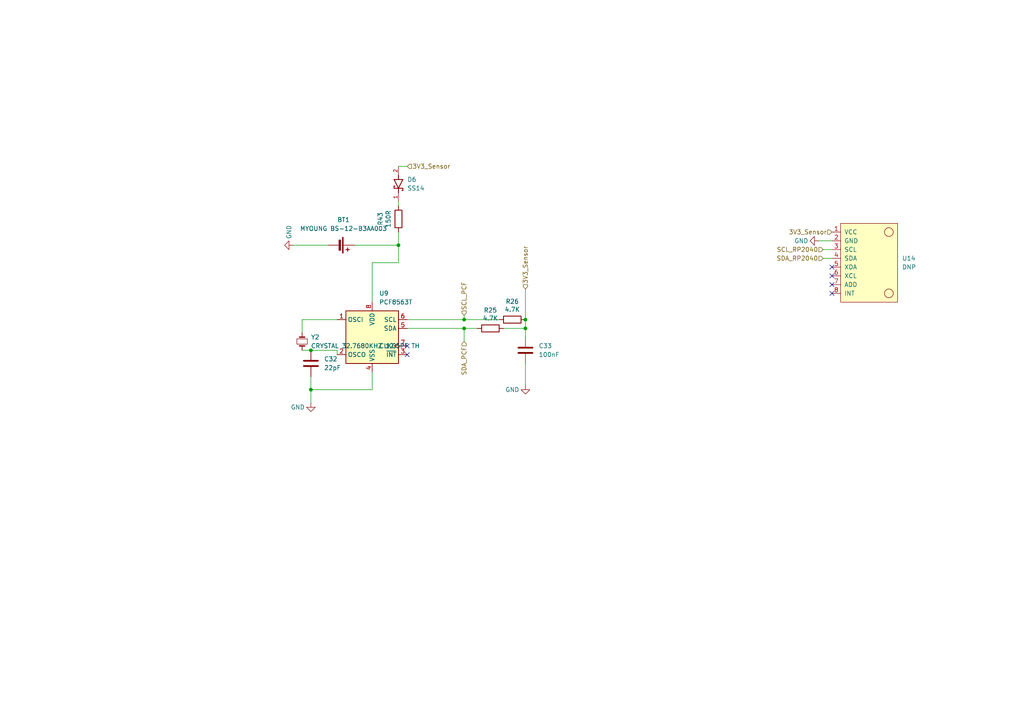
<source format=kicad_sch>
(kicad_sch (version 20231120) (generator "eeschema") (generator_version "8.0")
  (paper "A4")
  (lib_symbols
    (symbol "Device:Battery_Cell" (pin_numbers hide) (pin_names (offset 0) hide)
      (property "Reference" "BT" (at 2.54 2.54 0))
      (property "Value" "Battery_Cell" (at 2.54 0 0))
      (symbol "Battery_Cell_0_1"
        (rectangle (start -2.286 1.778) (end 2.286 1.524) (fill (type outline)))
        (rectangle (start -1.524 1.016) (end 1.524 0.508) (fill (type outline)))
        (polyline (pts (xy 0 0.762) (xy 0 0)))
        (polyline (pts (xy 0 1.778) (xy 0 2.54)))
        (polyline (pts (xy 0.762 3.048) (xy 1.778 3.048)) (stroke (width 0.254)))
        (polyline (pts (xy 1.27 3.556) (xy 1.27 2.54)) (stroke (width 0.254)))
      )
      (symbol "Battery_Cell_1_1"
        (pin passive line (at 0 5.08 270) (length 2.54) (name "+") (number "1"))
        (pin passive line (at 0 -2.54 90) (length 2.54) (name "-") (number "2"))
      )
    )
    (symbol "Device:C" (pin_numbers hide) (pin_names (offset 0.254))
      (property "Reference" "C" (at 0.635 2.54 0))
      (property "Value" "C" (at 0.635 -2.54 0))
      (symbol "C_0_1"
        (polyline (pts (xy -2.032 -0.762) (xy 2.032 -0.762)) (stroke (width 0.508)))
        (polyline (pts (xy -2.032 0.762) (xy 2.032 0.762)) (stroke (width 0.508)))
      )
      (symbol "C_1_1"
        (pin passive line (at 0 3.81 270) (length 2.794) (name "~") (number "1"))
        (pin passive line (at 0 -3.81 90) (length 2.794) (name "~") (number "2"))
      )
    )
    (symbol "Device:Crystal_Small" (pin_numbers hide) (pin_names (offset 1.016) hide)
      (property "Reference" "Y" (at 0 2.54 0))
      (property "Value" "Crystal_Small" (at 0 -2.54 0))
      (symbol "Crystal_Small_0_1"
        (rectangle (start -0.762 -1.524) (end 0.762 1.524))
        (polyline (pts (xy -1.27 -0.762) (xy -1.27 0.762)) (stroke (width 0.381)))
        (polyline (pts (xy 1.27 -0.762) (xy 1.27 0.762)) (stroke (width 0.381)))
      )
      (symbol "Crystal_Small_1_1"
        (pin passive line (at -2.54 0 0) (length 1.27) (name "1") (number "1"))
        (pin passive line (at 2.54 0 180) (length 1.27) (name "2") (number "2"))
      )
    )
    (symbol "Device:R" (pin_numbers hide) (pin_names (offset 0))
      (property "Reference" "R" (at 2.032 0 90))
      (property "Value" "R" (at 0 0 90))
      (symbol "R_0_1"
        (rectangle (start -1.016 -2.54) (end 1.016 2.54) (stroke (width 0.254)))
      )
      (symbol "R_1_1"
        (pin passive line (at 0 3.81 270) (length 1.27) (name "~") (number "1"))
        (pin passive line (at 0 -3.81 90) (length 1.27) (name "~") (number "2"))
      )
    )
    (symbol "SS14:SS14" (pin_names (offset 1.016))
      (property "Reference" "D6" (at -1.2701 2.54 90))
      (property "Value" "SS14" (at 1.2699 2.54 90))
      (symbol "SS14_0_0"
        (polyline (pts (xy -2.54 0) (xy -1.27 0)) (stroke (width 0.254)))
        (polyline (pts (xy -1.27 -1.27) (xy 1.27 0)) (stroke (width 0.254)))
        (polyline (pts (xy -1.27 0) (xy -1.27 -1.27)) (stroke (width 0.254)))
        (polyline (pts (xy -1.27 1.27) (xy -1.27 0)) (stroke (width 0.254)))
        (polyline (pts (xy 0.635 -1.016) (xy 0.635 -1.27)) (stroke (width 0.254)))
        (polyline (pts (xy 1.27 -1.27) (xy 0.635 -1.27)) (stroke (width 0.254)))
        (polyline (pts (xy 1.27 0) (xy -1.27 1.27)) (stroke (width 0.254)))
        (polyline (pts (xy 1.27 0) (xy 1.27 -1.27)) (stroke (width 0.254)))
        (polyline (pts (xy 1.27 1.27) (xy 1.27 0)) (stroke (width 0.254)))
        (polyline (pts (xy 1.905 1.27) (xy 1.27 1.27)) (stroke (width 0.254)))
        (polyline (pts (xy 1.905 1.27) (xy 1.905 1.016)) (stroke (width 0.254)))
        (polyline (pts (xy 2.54 0) (xy 1.27 0)) (stroke (width 0.254)))
      )
      (symbol "SS14_1_0"
        (pin passive line (at 5.08 0 180) (length 2.54) (name "~") (number "1"))
        (pin passive line (at -5.08 0 0) (length 2.54) (name "~") (number "2"))
      )
    )
    (symbol "SensorModule:module_mpu6050" (pin_names (offset 1.016))
      (property "Reference" "U" (at 2.54 21.59 0))
      (property "Value" "module_mpu6050" (at 11.43 -3.81 0))
      (symbol "module_mpu6050_0_1"
        (rectangle (start 2.54 20.32) (end 19.05 -2.54) (fill (type background)))
        (circle (center 16.51 0) (radius 1.27))
        (circle (center 16.51 17.78) (radius 1.27))
      )
      (symbol "module_mpu6050_1_1"
        (pin input line (at 0 17.78 0) (length 2.54) (name "VCC") (number "1"))
        (pin input line (at 0 15.24 0) (length 2.54) (name "GND") (number "2"))
        (pin input line (at 0 12.7 0) (length 2.54) (name "SCL") (number "3"))
        (pin input line (at 0 10.16 0) (length 2.54) (name "SDA") (number "4"))
        (pin input line (at 0 7.62 0) (length 2.54) (name "XDA") (number "5"))
        (pin input line (at 0 5.08 0) (length 2.54) (name "XCL") (number "6"))
        (pin input line (at 0 2.54 0) (length 2.54) (name "ADD") (number "7"))
        (pin input line (at 0 0 0) (length 2.54) (name "INT") (number "8"))
      )
    )
    (symbol "Timer_RTC:PCF8563T"
      (property "Reference" "U" (at -7.62 8.89 0))
      (property "Value" "PCF8563T" (at 2.54 8.89 0))
      (symbol "PCF8563T_0_1"
        (rectangle (start -7.62 7.62) (end 7.62 -7.62) (stroke (width 0.254)) (fill (type background)))
      )
      (symbol "PCF8563T_1_1"
        (pin input line (at -10.16 5.08 0) (length 2.54) (name "OSCI") (number "1"))
        (pin output line (at -10.16 -5.08 0) (length 2.54) (name "OSCO") (number "2"))
        (pin output line (at 10.16 -5.08 180) (length 2.54) (name "~{INT}") (number "3"))
        (pin power_in line (at 0 -10.16 90) (length 2.54) (name "VSS") (number "4"))
        (pin bidirectional line (at 10.16 2.54 180) (length 2.54) (name "SDA") (number "5"))
        (pin input line (at 10.16 5.08 180) (length 2.54) (name "SCL") (number "6"))
        (pin output clock (at 10.16 -2.54 180) (length 2.54) (name "CLKO") (number "7"))
        (pin power_in line (at 0 10.16 270) (length 2.54) (name "VDD") (number "8"))
      )
    )
    (symbol "power:GND" (power) (pin_names (offset 0))
      (property "Value" "GND" (at 0 -3.81 0))
      (symbol "GND_0_1"
        (polyline (pts (xy 0 0) (xy 0 -1.27) (xy 1.27 -1.27) (xy 0 -2.54) (xy -1.27 -1.27) (xy 0 -1.27)))
      )
      (symbol "GND_1_1"
        (pin power_in line (at 0 0 270) (length 0) hide (name "GND") (number "1"))
      )
    )
  )
  (junction (at 115.57 71.12))
  (junction (at 90.17 113.03))
  (junction (at 134.62 92.71))
  (junction (at 152.4 92.71))
  (junction (at 90.17 101.6))
  (junction (at 134.62 95.25))
  (junction (at 152.4 95.25))
  (no_connect (at 241.3 80.01))
  (no_connect (at 241.3 82.55))
  (no_connect (at 118.11 102.87))
  (no_connect (at 118.11 100.33))
  (no_connect (at 241.3 85.09))
  (no_connect (at 241.3 77.47))
  (wire (pts (xy 97.79 92.71) (xy 87.63 92.71)))
  (wire (pts (xy 134.62 91.44) (xy 134.62 92.71)))
  (wire (pts (xy 115.57 76.2) (xy 115.57 71.12)))
  (wire (pts (xy 90.17 101.6) (xy 97.79 101.6)))
  (wire (pts (xy 134.62 95.25) (xy 134.62 99.06)))
  (wire (pts (xy 237.49 69.85) (xy 241.3 69.85)))
  (wire (pts (xy 87.63 101.6) (xy 90.17 101.6)))
  (wire (pts (xy 152.4 92.71) (xy 152.4 95.25)))
  (wire (pts (xy 87.63 92.71) (xy 87.63 96.52)))
  (wire (pts (xy 238.76 72.39) (xy 241.3 72.39)))
  (wire (pts (xy 146.05 95.25) (xy 152.4 95.25)))
  (wire (pts (xy 107.95 107.95) (xy 107.95 113.03)))
  (wire (pts (xy 144.78 92.71) (xy 134.62 92.71)))
  (wire (pts (xy 238.76 74.93) (xy 241.3 74.93)))
  (wire (pts (xy 85.09 71.12) (xy 95.25 71.12)))
  (wire (pts (xy 152.4 83.82) (xy 152.4 92.71)))
  (wire (pts (xy 102.87 71.12) (xy 115.57 71.12)))
  (wire (pts (xy 134.62 92.71) (xy 118.11 92.71)))
  (wire (pts (xy 107.95 76.2) (xy 115.57 76.2)))
  (wire (pts (xy 90.17 116.84) (xy 90.17 113.03)))
  (wire (pts (xy 138.43 95.25) (xy 134.62 95.25)))
  (wire (pts (xy 152.4 95.25) (xy 152.4 97.79)))
  (wire (pts (xy 134.62 95.25) (xy 118.11 95.25)))
  (wire (pts (xy 90.17 113.03) (xy 90.17 109.22)))
  (wire (pts (xy 118.11 48.26) (xy 115.57 48.26)))
  (wire (pts (xy 115.57 67.31) (xy 115.57 71.12)))
  (wire (pts (xy 107.95 113.03) (xy 90.17 113.03)))
  (wire (pts (xy 115.57 59.69) (xy 115.57 58.42)))
  (wire (pts (xy 152.4 105.41) (xy 152.4 111.76)))
  (wire (pts (xy 107.95 87.63) (xy 107.95 76.2)))
  (wire (pts (xy 97.79 101.6) (xy 97.79 102.87)))
  (hierarchical_label "3V3_Sensor" (shape input) (at 241.3 67.31 180))
  (hierarchical_label "3V3_Sensor" (shape input) (at 118.11 48.26 0))
  (hierarchical_label "SDA_RP2040" (shape input) (at 238.76 74.93 180))
  (hierarchical_label "SCL_PCF" (shape input) (at 134.62 91.44 90))
  (hierarchical_label "3V3_Sensor" (shape input) (at 152.4 83.82 90))
  (hierarchical_label "SDA_PCF" (shape input) (at 134.62 99.06 270))
  (hierarchical_label "SCL_RP2040" (shape input) (at 238.76 72.39 180))
  (symbol (lib_id "power:GND") (at 85.09 71.12 270) (unit 1)
    (property "Reference" "#PWR0170" (effects (hide yes)))
    (property "Value" "GND" (at 83.82 67.31 0))
    (instances (project "I2CDevice" (path "" (reference "#PWR0170") (unit 1))) (project "CamTracker_CM4_V3.1" (path "" (reference "#PWR02") (unit 1))))
  )
  (symbol (lib_id "Device:Battery_Cell") (at 97.79 71.12 270) (unit 1)
    (property "Reference" "BT1" (at 99.6315 63.754 90))
    (property "Value" "MYOUNG BS-12-B3AA003" (at 99.6315 66.294 90))
    (property "Footprint" "Camtrack:BS-12-B3AA003" (effects (hide yes)))
    (property "Datasheet" "https://datasheet.lcsc.com/lcsc/2012181809_MYOUNG-MY-1220-01_C964817.pdf" (effects (hide yes)))
    (property "Description" " Battery button -25℃~+85℃ CR1220 Plugin Battery Connectors ROHS " (effects (hide yes)))
    (property "Link" "https://www.lcsc.com/product-detail/Battery-Connectors_span-style-background-color-ff0-MYOUNG-span-BS-12-B3AA003_C964723.html" (effects (hide yes)))
    (property "MPN" "MYOUNG BS-12-B3AA003" (effects (hide yes)))
  )
  (symbol (lib_id "Device:R") (at 115.57 63.5 0) (unit 1)
    (property "Reference" "R43" (at 110.3122 63.5 90))
    (property "Value" "150R" (at 112.6236 63.5 90))
    (property "Footprint" "Resistor_SMD:R_0603_1608Metric" (effects (hide yes)))
    (instances (project "I2CDevice" (path "" (reference "R43") (unit 1))) (project "CamTracker_CM4_V3.1" (path "" (reference "R2") (unit 1))))
  )
  (symbol (lib_id "Device:R") (at 142.24 95.25 270) (unit 1)
    (property "Reference" "R25" (at 142.24 89.9922 90))
    (property "Value" "4.7K" (at 142.24 92.3036 90))
    (property "Footprint" "Resistor_SMD:R_0603_1608Metric" (effects (hide yes)))
    (instances (project "I2CDevice" (path "" (reference "R25") (unit 1))) (project "CamTracker_CM4_V3.1" (path "" (reference "R3") (unit 1))))
  )
  (symbol (lib_id "power:GND") (at 90.17 116.84 0) (unit 1)
    (property "Reference" "#PWR0171" (effects (hide yes)))
    (property "Value" "GND" (at 86.36 118.11 0))
    (instances (project "I2CDevice" (path "" (reference "#PWR0171") (unit 1))) (project "CamTracker_CM4_V3.1" (path "" (reference "#PWR01") (unit 1))))
  )
  (symbol (lib_id "Device:C") (at 152.4 101.6 0) (unit 1)
    (property "Reference" "C33" (at 156.21 100.3299 0) (effects (justify left)))
    (property "Value" "100nF" (at 156.21 102.8699 0) (effects (justify left)))
    (property "Footprint" "Capacitor_SMD:C_0603_1608Metric" (effects (hide yes)))
    (instances (project "I2CDevice" (path "" (reference "C33") (unit 1))) (project "CamTracker_CM4_V3.1" (path "" (reference "C6") (unit 1))))
  )
  (symbol (lib_id "Device:C") (at 90.17 105.41 0) (unit 1)
    (property "Reference" "C32" (at 93.98 104.1399 0) (effects (justify left)))
    (property "Value" "22pF" (at 93.98 106.6799 0) (effects (justify left)))
    (property "Footprint" "Capacitor_SMD:C_0603_1608Metric" (effects (hide yes)))
    (instances (project "I2CDevice" (path "" (reference "C32") (unit 1))) (project "CamTracker_CM4_V3.1" (path "" (reference "C4") (unit 1))))
  )
  (symbol (lib_id "SS14:SS14") (at 115.57 53.34 270) (unit 1)
    (property "Reference" "D6" (at 118.11 52.0699 90) (effects (justify left)))
    (property "Value" "SS14" (at 118.11 54.6099 90) (effects (justify left)))
    (property "Footprint" "SS14:DIOM4325X250N" (effects (hide yes)))
    (property "STANDARD" "IPC-7351B" (effects (hide yes)))
    (property "MAXIMUM_PACKAGE_HEIGHT" "2.5 mm" (effects (hide yes)))
    (property "MANUFACTURER" "Taiwan Semiconductor" (effects (hide yes)))
    (property "PARTREV" "O2102" (effects (hide yes)))
    (property "Link" "https://www.lcsc.com/product-detail/Schottky-Barrier-Diodes-SBD_MDD-Microdiode-Electronics-SS14_C2480.html" (effects (hide yes)))
    (property "MPN" "SS14" (effects (hide yes)))
  )
  (symbol (lib_id "power:GND") (at 152.4 111.76 0) (unit 1)
    (property "Reference" "#PWR0172" (effects (hide yes)))
    (property "Value" "GND" (at 148.59 113.03 0))
    (instances (project "I2CDevice" (path "" (reference "#PWR0172") (unit 1))) (project "CamTracker_CM4_V3.1" (path "" (reference "#PWR08") (unit 1))))
  )
  (symbol (lib_id "Device:R") (at 148.59 92.71 270) (unit 1)
    (property "Reference" "R26" (at 148.59 87.4522 90))
    (property "Value" "4.7K" (at 148.59 89.7636 90))
    (property "Footprint" "Resistor_SMD:R_0603_1608Metric" (effects (hide yes)))
    (instances (project "I2CDevice" (path "" (reference "R26") (unit 1))) (project "CamTracker_CM4_V3.1" (path "" (reference "R4") (unit 1))))
  )
  (symbol (lib_id "Timer_RTC:PCF8563T") (at 107.95 97.79 0) (unit 1)
    (property "Reference" "U9" (at 109.9694 85.09 0) (effects (justify left)))
    (property "Value" "PCF8563T" (at 109.9694 87.63 0) (effects (justify left)))
    (property "Footprint" "Package_SO:SOIC-8_3.9x4.9mm_P1.27mm" (effects (hide yes)))
    (property "Datasheet" "https://assets.nexperia.com/documents/data-sheet/PCF8563.pdf" (effects (hide yes)))
    (property "Link" "https://www.lcsc.com/product-detail/Real-time-Clocks-RTC_NXP-Semicon-PCF8563T-5-518_C7440.html" (effects (hide yes)))
    (property "MPN" "PCF8563T/5,518" (effects (hide yes)))
    (instances (project "I2CDevice" (path "" (reference "U9") (unit 1))) (project "CamTracker_CM4_V3.1" (path "" (reference "U6") (unit 1))))
  )
  (symbol (lib_id "Device:Crystal_Small") (at 87.63 99.06 90) (unit 1)
    (property "Reference" "Y2" (at 90.17 97.7899 90) (effects (justify right)))
    (property "Value" "CRYSTAL 32.7680KHZ 12.5PF TH" (at 90.17 100.3299 90) (effects (justify right)))
    (property "Footprint" "Crystal:Crystal_AT310_D3.0mm_L10.0mm_Horizontal" (effects (hide yes)))
    (property "MPN" "CFS20632768DZFB" (effects (hide yes)))
    (property "Link" "https://www.digikey.com/en/products/detail/citizen-finedevice-co-ltd/CFS-20632768DZFB/283736" (effects (hide yes)))
  )
  (symbol (lib_id "power:GND") (at 237.49 69.85 270) (unit 1)
    (property "Reference" "#PWR018" (effects (hide yes)))
    (property "Value" "GND" (at 232.41 69.85 90))
  )
  (symbol (lib_id "SensorModule:module_mpu6050") (at 241.3 85.09 0) (unit 1)
    (property "Reference" "U14" (at 261.62 74.93 0) (effects (justify left)))
    (property "Value" "DNP" (at 261.62 77.47 0) (effects (justify left)))
    (property "Footprint" "SensorModules:module_mpu6050" (effects (hide yes)))
    (property "MPN" "Module_mpu6050" (effects (hide yes)))
    (instances (project "I2CDevice" (path "" (reference "U14") (unit 1))) (project "CamTracker_CM4_V3.1" (path "" (reference "U9") (unit 1))))
  )
)
</source>
